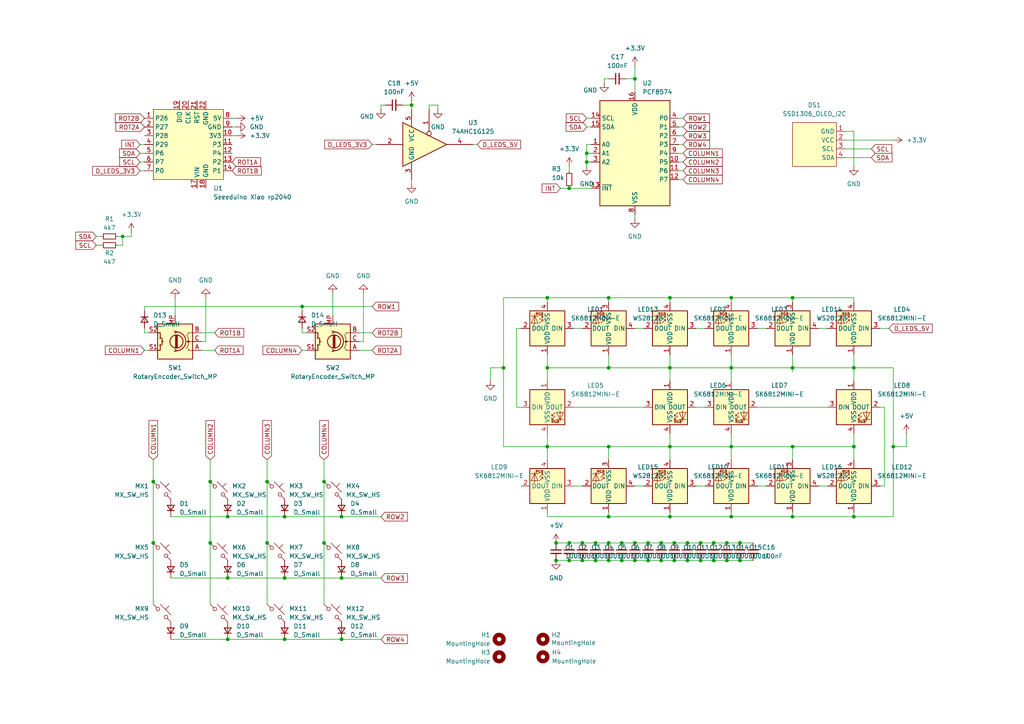
<source format=kicad_sch>
(kicad_sch (version 20231120) (generator "eeschema") (generator_version "8.0")
  (paper "A4")
  (junction (at 168.91 157.48))
  (junction (at 77.47 157.48))
  (junction (at 214.63 157.48))
  (junction (at 170.18 44.45))
  (junction (at 119.38 30.48))
  (junction (at 87.63 88.9))
  (junction (at 93.98 157.48))
  (junction (at 170.18 46.99))
  (junction (at 165.1 54.61))
  (junction (at 158.75 86.36))
  (junction (at 44.45 139.7))
  (junction (at 99.06 185.42))
  (junction (at 35.56 68.58))
  (junction (at 199.39 157.48))
  (junction (at 93.98 139.7))
  (junction (at 214.63 162.56))
  (junction (at 212.09 129.54))
  (junction (at 165.1 162.56))
  (junction (at 195.58 157.48))
  (junction (at 247.65 106.68))
  (junction (at 195.58 162.56))
  (junction (at 184.15 22.86))
  (junction (at 191.77 157.48))
  (junction (at 176.53 157.48))
  (junction (at 259.08 129.54))
  (junction (at 187.96 162.56))
  (junction (at 176.53 162.56))
  (junction (at 158.75 129.54))
  (junction (at 207.01 157.48))
  (junction (at 82.55 185.42))
  (junction (at 82.55 149.86))
  (junction (at 168.91 162.56))
  (junction (at 194.31 149.86))
  (junction (at 203.2 157.48))
  (junction (at 199.39 162.56))
  (junction (at 212.09 106.68))
  (junction (at 99.06 167.64))
  (junction (at 229.87 86.36))
  (junction (at 176.53 86.36))
  (junction (at 229.87 106.68))
  (junction (at 187.96 157.48))
  (junction (at 77.47 139.7))
  (junction (at 203.2 162.56))
  (junction (at 82.55 167.64))
  (junction (at 176.53 149.86))
  (junction (at 184.15 157.48))
  (junction (at 210.82 162.56))
  (junction (at 60.96 139.7))
  (junction (at 146.05 106.68))
  (junction (at 180.34 162.56))
  (junction (at 66.04 167.64))
  (junction (at 247.65 129.54))
  (junction (at 229.87 129.54))
  (junction (at 66.04 185.42))
  (junction (at 212.09 86.36))
  (junction (at 172.72 162.56))
  (junction (at 194.31 129.54))
  (junction (at 247.65 149.86))
  (junction (at 207.01 162.56))
  (junction (at 194.31 106.68))
  (junction (at 158.75 106.68))
  (junction (at 172.72 157.48))
  (junction (at 161.29 157.48))
  (junction (at 44.45 157.48))
  (junction (at 176.53 106.68))
  (junction (at 212.09 149.86))
  (junction (at 161.29 162.56))
  (junction (at 165.1 157.48))
  (junction (at 180.34 157.48))
  (junction (at 184.15 162.56))
  (junction (at 229.87 149.86))
  (junction (at 194.31 86.36))
  (junction (at 191.77 162.56))
  (junction (at 99.06 149.86))
  (junction (at 66.04 149.86))
  (junction (at 210.82 157.48))
  (junction (at 60.96 157.48))
  (junction (at 176.53 129.54))
  (wire (pts (xy 93.98 157.48) (xy 93.98 175.26)))
  (wire (pts (xy 245.11 43.18) (xy 252.73 43.18)))
  (wire (pts (xy 210.82 157.48) (xy 214.63 157.48)))
  (wire (pts (xy 247.65 106.68) (xy 229.87 106.68)))
  (wire (pts (xy 162.56 54.61) (xy 165.1 54.61)))
  (wire (pts (xy 247.65 129.54) (xy 247.65 133.35)))
  (wire (pts (xy 158.75 106.68) (xy 158.75 110.49)))
  (wire (pts (xy 198.12 41.91) (xy 196.85 41.91)))
  (wire (pts (xy 87.63 95.25) (xy 87.63 96.52)))
  (wire (pts (xy 172.72 162.56) (xy 176.53 162.56)))
  (wire (pts (xy 40.64 44.45) (xy 41.91 44.45)))
  (wire (pts (xy 77.47 133.35) (xy 77.47 139.7)))
  (wire (pts (xy 203.2 157.48) (xy 207.01 157.48)))
  (wire (pts (xy 247.65 102.87) (xy 247.65 106.68)))
  (wire (pts (xy 171.45 41.91) (xy 170.18 41.91)))
  (wire (pts (xy 82.55 167.64) (xy 99.06 167.64)))
  (wire (pts (xy 158.75 86.36) (xy 176.53 86.36)))
  (wire (pts (xy 247.65 149.86) (xy 247.65 148.59)))
  (wire (pts (xy 259.08 149.86) (xy 247.65 149.86)))
  (wire (pts (xy 170.18 41.91) (xy 170.18 44.45)))
  (wire (pts (xy 180.34 157.48) (xy 184.15 157.48)))
  (wire (pts (xy 146.05 129.54) (xy 158.75 129.54)))
  (wire (pts (xy 207.01 157.48) (xy 210.82 157.48)))
  (wire (pts (xy 35.56 68.58) (xy 35.56 71.12)))
  (wire (pts (xy 184.15 162.56) (xy 187.96 162.56)))
  (wire (pts (xy 210.82 162.56) (xy 214.63 162.56)))
  (wire (pts (xy 58.42 96.52) (xy 62.23 96.52)))
  (wire (pts (xy 168.91 162.56) (xy 172.72 162.56)))
  (wire (pts (xy 87.63 101.6) (xy 88.9 101.6)))
  (wire (pts (xy 194.31 106.68) (xy 194.31 110.49)))
  (wire (pts (xy 161.29 162.56) (xy 165.1 162.56)))
  (wire (pts (xy 99.06 185.42) (xy 110.49 185.42)))
  (wire (pts (xy 124.46 31.75) (xy 124.46 30.48)))
  (wire (pts (xy 194.31 106.68) (xy 194.31 102.87)))
  (wire (pts (xy 245.11 45.72) (xy 252.73 45.72)))
  (wire (pts (xy 219.71 118.11) (xy 240.03 118.11)))
  (wire (pts (xy 104.14 99.06) (xy 105.41 99.06)))
  (wire (pts (xy 82.55 185.42) (xy 99.06 185.42)))
  (wire (pts (xy 44.45 157.48) (xy 44.45 175.26)))
  (wire (pts (xy 50.8 91.44) (xy 50.8 86.36)))
  (wire (pts (xy 214.63 157.48) (xy 218.44 157.48)))
  (wire (pts (xy 247.65 125.73) (xy 247.65 129.54)))
  (wire (pts (xy 146.05 86.36) (xy 146.05 106.68)))
  (wire (pts (xy 259.08 106.68) (xy 259.08 129.54)))
  (wire (pts (xy 245.11 38.1) (xy 247.65 38.1)))
  (wire (pts (xy 247.65 86.36) (xy 247.65 87.63)))
  (wire (pts (xy 149.86 118.11) (xy 151.13 118.11)))
  (wire (pts (xy 262.89 125.73) (xy 262.89 129.54)))
  (wire (pts (xy 194.31 106.68) (xy 212.09 106.68)))
  (wire (pts (xy 158.75 125.73) (xy 158.75 129.54)))
  (wire (pts (xy 201.93 118.11) (xy 204.47 118.11)))
  (wire (pts (xy 170.18 34.29) (xy 171.45 34.29)))
  (wire (pts (xy 170.18 44.45) (xy 170.18 46.99)))
  (wire (pts (xy 41.91 88.9) (xy 87.63 88.9)))
  (wire (pts (xy 214.63 162.56) (xy 218.44 162.56)))
  (wire (pts (xy 184.15 22.86) (xy 184.15 26.67)))
  (wire (pts (xy 158.75 129.54) (xy 176.53 129.54)))
  (wire (pts (xy 99.06 149.86) (xy 110.49 149.86)))
  (wire (pts (xy 184.15 19.05) (xy 184.15 22.86)))
  (wire (pts (xy 38.1 68.58) (xy 38.1 67.31)))
  (wire (pts (xy 212.09 129.54) (xy 212.09 125.73)))
  (wire (pts (xy 229.87 106.68) (xy 229.87 107.95)))
  (wire (pts (xy 49.53 185.42) (xy 66.04 185.42)))
  (wire (pts (xy 87.63 88.9) (xy 87.63 90.17)))
  (wire (pts (xy 175.26 22.86) (xy 176.53 22.86)))
  (wire (pts (xy 41.91 96.52) (xy 43.18 96.52)))
  (wire (pts (xy 161.29 157.48) (xy 165.1 157.48)))
  (wire (pts (xy 194.31 149.86) (xy 176.53 149.86)))
  (wire (pts (xy 110.49 31.75) (xy 110.49 30.48)))
  (wire (pts (xy 187.96 157.48) (xy 191.77 157.48)))
  (wire (pts (xy 194.31 129.54) (xy 194.31 133.35)))
  (wire (pts (xy 196.85 49.53) (xy 198.12 49.53)))
  (wire (pts (xy 199.39 157.48) (xy 203.2 157.48)))
  (wire (pts (xy 191.77 162.56) (xy 195.58 162.56)))
  (wire (pts (xy 87.63 96.52) (xy 88.9 96.52)))
  (wire (pts (xy 256.54 118.11) (xy 256.54 140.97)))
  (wire (pts (xy 247.65 106.68) (xy 259.08 106.68)))
  (wire (pts (xy 170.18 48.26) (xy 170.18 46.99)))
  (wire (pts (xy 245.11 40.64) (xy 259.08 40.64)))
  (wire (pts (xy 58.42 99.06) (xy 59.69 99.06)))
  (wire (pts (xy 99.06 167.64) (xy 110.49 167.64)))
  (wire (pts (xy 44.45 133.35) (xy 44.45 139.7)))
  (wire (pts (xy 184.15 62.23) (xy 184.15 63.5)))
  (wire (pts (xy 176.53 102.87) (xy 176.53 106.68)))
  (wire (pts (xy 175.26 24.13) (xy 175.26 22.86)))
  (wire (pts (xy 158.75 102.87) (xy 158.75 106.68)))
  (wire (pts (xy 229.87 106.68) (xy 212.09 106.68)))
  (wire (pts (xy 229.87 102.87) (xy 229.87 106.68)))
  (wire (pts (xy 110.49 30.48) (xy 111.76 30.48)))
  (wire (pts (xy 165.1 48.26) (xy 165.1 49.53)))
  (wire (pts (xy 195.58 162.56) (xy 199.39 162.56)))
  (wire (pts (xy 201.93 140.97) (xy 204.47 140.97)))
  (wire (pts (xy 212.09 106.68) (xy 212.09 102.87)))
  (wire (pts (xy 151.13 95.25) (xy 149.86 95.25)))
  (wire (pts (xy 165.1 54.61) (xy 171.45 54.61)))
  (wire (pts (xy 35.56 68.58) (xy 38.1 68.58)))
  (wire (pts (xy 194.31 129.54) (xy 194.31 125.73)))
  (wire (pts (xy 49.53 167.64) (xy 66.04 167.64)))
  (wire (pts (xy 170.18 44.45) (xy 171.45 44.45)))
  (wire (pts (xy 116.84 30.48) (xy 119.38 30.48)))
  (wire (pts (xy 166.37 140.97) (xy 168.91 140.97)))
  (wire (pts (xy 172.72 157.48) (xy 176.53 157.48)))
  (wire (pts (xy 107.95 101.6) (xy 104.14 101.6)))
  (wire (pts (xy 168.91 157.48) (xy 172.72 157.48)))
  (wire (pts (xy 127 30.48) (xy 127 31.75)))
  (wire (pts (xy 77.47 157.48) (xy 77.47 175.26)))
  (wire (pts (xy 176.53 129.54) (xy 176.53 133.35)))
  (wire (pts (xy 104.14 96.52) (xy 107.95 96.52)))
  (wire (pts (xy 181.61 22.86) (xy 184.15 22.86)))
  (wire (pts (xy 158.75 149.86) (xy 176.53 149.86)))
  (wire (pts (xy 187.96 162.56) (xy 191.77 162.56)))
  (wire (pts (xy 195.58 157.48) (xy 199.39 157.48)))
  (wire (pts (xy 170.18 46.99) (xy 171.45 46.99)))
  (wire (pts (xy 60.96 133.35) (xy 60.96 139.7)))
  (wire (pts (xy 67.31 39.37) (xy 68.58 39.37)))
  (wire (pts (xy 194.31 148.59) (xy 194.31 149.86)))
  (wire (pts (xy 198.12 39.37) (xy 196.85 39.37)))
  (wire (pts (xy 87.63 88.9) (xy 107.95 88.9)))
  (wire (pts (xy 176.53 129.54) (xy 194.31 129.54)))
  (wire (pts (xy 207.01 162.56) (xy 210.82 162.56)))
  (wire (pts (xy 256.54 140.97) (xy 255.27 140.97)))
  (wire (pts (xy 158.75 148.59) (xy 158.75 149.86)))
  (wire (pts (xy 198.12 34.29) (xy 196.85 34.29)))
  (wire (pts (xy 146.05 106.68) (xy 146.05 129.54)))
  (wire (pts (xy 166.37 95.25) (xy 168.91 95.25)))
  (wire (pts (xy 165.1 157.48) (xy 168.91 157.48)))
  (wire (pts (xy 44.45 139.7) (xy 44.45 157.48)))
  (wire (pts (xy 158.75 106.68) (xy 176.53 106.68)))
  (wire (pts (xy 219.71 95.25) (xy 222.25 95.25)))
  (wire (pts (xy 105.41 85.09) (xy 105.41 99.06)))
  (wire (pts (xy 40.64 46.99) (xy 41.91 46.99)))
  (wire (pts (xy 137.16 41.91) (xy 138.43 41.91)))
  (wire (pts (xy 96.52 91.44) (xy 96.52 85.09)))
  (wire (pts (xy 199.39 162.56) (xy 203.2 162.56)))
  (wire (pts (xy 212.09 86.36) (xy 229.87 86.36)))
  (wire (pts (xy 119.38 29.21) (xy 119.38 30.48)))
  (wire (pts (xy 124.46 30.48) (xy 127 30.48)))
  (wire (pts (xy 59.69 86.36) (xy 59.69 99.06)))
  (wire (pts (xy 158.75 86.36) (xy 146.05 86.36)))
  (wire (pts (xy 62.23 101.6) (xy 58.42 101.6)))
  (wire (pts (xy 196.85 52.07) (xy 198.12 52.07)))
  (wire (pts (xy 119.38 30.48) (xy 119.38 31.75)))
  (wire (pts (xy 146.05 106.68) (xy 142.24 106.68)))
  (wire (pts (xy 191.77 157.48) (xy 195.58 157.48)))
  (wire (pts (xy 40.64 41.91) (xy 41.91 41.91)))
  (wire (pts (xy 255.27 95.25) (xy 257.81 95.25)))
  (wire (pts (xy 158.75 87.63) (xy 158.75 86.36)))
  (wire (pts (xy 184.15 140.97) (xy 186.69 140.97)))
  (wire (pts (xy 93.98 133.35) (xy 93.98 139.7)))
  (wire (pts (xy 259.08 129.54) (xy 262.89 129.54)))
  (wire (pts (xy 180.34 162.56) (xy 184.15 162.56)))
  (wire (pts (xy 34.29 68.58) (xy 35.56 68.58)))
  (wire (pts (xy 198.12 44.45) (xy 196.85 44.45)))
  (wire (pts (xy 176.53 86.36) (xy 176.53 87.63)))
  (wire (pts (xy 212.09 86.36) (xy 212.09 87.63)))
  (wire (pts (xy 82.55 149.86) (xy 99.06 149.86)))
  (wire (pts (xy 229.87 86.36) (xy 247.65 86.36)))
  (wire (pts (xy 93.98 139.7) (xy 93.98 157.48)))
  (wire (pts (xy 107.95 41.91) (xy 109.22 41.91)))
  (wire (pts (xy 229.87 149.86) (xy 229.87 148.59)))
  (wire (pts (xy 229.87 129.54) (xy 229.87 133.35)))
  (wire (pts (xy 34.29 71.12) (xy 35.56 71.12)))
  (wire (pts (xy 194.31 86.36) (xy 194.31 87.63)))
  (wire (pts (xy 27.94 68.58) (xy 29.21 68.58)))
  (wire (pts (xy 176.53 162.56) (xy 180.34 162.56)))
  (wire (pts (xy 176.53 149.86) (xy 176.53 148.59)))
  (wire (pts (xy 165.1 162.56) (xy 168.91 162.56)))
  (wire (pts (xy 237.49 140.97) (xy 240.03 140.97)))
  (wire (pts (xy 247.65 129.54) (xy 229.87 129.54)))
  (wire (pts (xy 194.31 149.86) (xy 212.09 149.86)))
  (wire (pts (xy 201.93 95.25) (xy 204.47 95.25)))
  (wire (pts (xy 77.47 139.7) (xy 77.47 157.48)))
  (wire (pts (xy 60.96 139.7) (xy 60.96 157.48)))
  (wire (pts (xy 229.87 149.86) (xy 247.65 149.86)))
  (wire (pts (xy 237.49 95.25) (xy 240.03 95.25)))
  (wire (pts (xy 66.04 167.64) (xy 82.55 167.64)))
  (wire (pts (xy 176.53 106.68) (xy 194.31 106.68)))
  (wire (pts (xy 49.53 149.86) (xy 66.04 149.86)))
  (wire (pts (xy 149.86 95.25) (xy 149.86 118.11)))
  (wire (pts (xy 194.31 129.54) (xy 212.09 129.54)))
  (wire (pts (xy 66.04 185.42) (xy 82.55 185.42)))
  (wire (pts (xy 41.91 90.17) (xy 41.91 88.9)))
  (wire (pts (xy 255.27 118.11) (xy 256.54 118.11)))
  (wire (pts (xy 203.2 162.56) (xy 207.01 162.56)))
  (wire (pts (xy 198.12 36.83) (xy 196.85 36.83)))
  (wire (pts (xy 176.53 86.36) (xy 194.31 86.36)))
  (wire (pts (xy 66.04 149.86) (xy 82.55 149.86)))
  (wire (pts (xy 40.64 49.53) (xy 41.91 49.53)))
  (wire (pts (xy 212.09 129.54) (xy 229.87 129.54)))
  (wire (pts (xy 60.96 157.48) (xy 60.96 175.26)))
  (wire (pts (xy 229.87 86.36) (xy 229.87 87.63)))
  (wire (pts (xy 41.91 101.6) (xy 43.18 101.6)))
  (wire (pts (xy 184.15 157.48) (xy 187.96 157.48)))
  (wire (pts (xy 170.18 36.83) (xy 171.45 36.83)))
  (wire (pts (xy 212.09 148.59) (xy 212.09 149.86)))
  (wire (pts (xy 41.91 96.52) (xy 41.91 95.25)))
  (wire (pts (xy 212.09 149.86) (xy 229.87 149.86)))
  (wire (pts (xy 194.31 86.36) (xy 212.09 86.36)))
  (wire (pts (xy 212.09 129.54) (xy 212.09 133.35)))
  (wire (pts (xy 176.53 157.48) (xy 180.34 157.48)))
  (wire (pts (xy 198.12 46.99) (xy 196.85 46.99)))
  (wire (pts (xy 67.31 36.83) (xy 68.58 36.83)))
  (wire (pts (xy 212.09 106.68) (xy 212.09 110.49)))
  (wire (pts (xy 67.31 34.29) (xy 68.58 34.29)))
  (wire (pts (xy 247.65 106.68) (xy 247.65 110.49)))
  (wire (pts (xy 184.15 95.25) (xy 186.69 95.25)))
  (wire (pts (xy 166.37 118.11) (xy 186.69 118.11)))
  (wire (pts (xy 158.75 129.54) (xy 158.75 133.35)))
  (wire (pts (xy 119.38 52.07) (xy 119.38 53.34)))
  (wire (pts (xy 259.08 129.54) (xy 259.08 149.86)))
  (wire (pts (xy 142.24 106.68) (xy 142.24 110.49)))
  (wire (pts (xy 27.94 71.12) (xy 29.21 71.12)))
  (wire (pts (xy 219.71 140.97) (xy 222.25 140.97)))
  (wire (pts (xy 247.65 38.1) (xy 247.65 48.26)))
  (global_label "COLUMN1" (shape input) (at 41.91 101.6 180) (property "Intersheetrefs" "${INTERSHEET_REFS}" (effects (hide yes))))
  (global_label "COLUMN4" (shape input) (at 198.12 52.07 0) (property "Intersheetrefs" "${INTERSHEET_REFS}" (effects (hide yes))))
  (global_label "ROT2B" (shape input) (at 107.95 96.52 0) (property "Intersheetrefs" "${INTERSHEET_REFS}" (effects (hide yes))))
  (global_label "INT" (shape input) (at 40.64 41.91 180) (property "Intersheetrefs" "${INTERSHEET_REFS}" (effects (hide yes))))
  (global_label "SCL" (shape input) (at 170.18 34.29 180) (property "Intersheetrefs" "${INTERSHEET_REFS}" (effects (hide yes))))
  (global_label "COLUMN1" (shape input) (at 44.45 133.35 90) (property "Intersheetrefs" "${INTERSHEET_REFS}" (effects (hide yes))))
  (global_label "SDA" (shape input) (at 170.18 36.83 180) (property "Intersheetrefs" "${INTERSHEET_REFS}" (effects (hide yes))))
  (global_label "ROT1B" (shape input) (at 67.31 49.53 0) (property "Intersheetrefs" "${INTERSHEET_REFS}" (effects (hide yes))))
  (global_label "ROW4" (shape input) (at 198.12 41.91 0) (property "Intersheetrefs" "${INTERSHEET_REFS}" (effects (hide yes))))
  (global_label "ROW4" (shape input) (at 110.49 185.42 0) (property "Intersheetrefs" "${INTERSHEET_REFS}" (effects (hide yes))))
  (global_label "ROT2A" (shape input) (at 107.95 101.6 0) (property "Intersheetrefs" "${INTERSHEET_REFS}" (effects (hide yes))))
  (global_label "ROW1" (shape input) (at 198.12 34.29 0) (property "Intersheetrefs" "${INTERSHEET_REFS}" (effects (hide yes))))
  (global_label "COLUMN1" (shape input) (at 198.12 44.45 0) (property "Intersheetrefs" "${INTERSHEET_REFS}" (effects (hide yes))))
  (global_label "ROT2A" (shape input) (at 41.91 36.83 180) (property "Intersheetrefs" "${INTERSHEET_REFS}" (effects (hide yes))))
  (global_label "COLUMN4" (shape input) (at 93.98 133.35 90) (property "Intersheetrefs" "${INTERSHEET_REFS}" (effects (hide yes))))
  (global_label "SCL" (shape input) (at 40.64 46.99 180) (property "Intersheetrefs" "${INTERSHEET_REFS}" (effects (hide yes))))
  (global_label "SCL" (shape input) (at 27.94 71.12 180) (property "Intersheetrefs" "${INTERSHEET_REFS}" (effects (hide yes))))
  (global_label "ROT2B" (shape input) (at 41.91 34.29 180) (property "Intersheetrefs" "${INTERSHEET_REFS}" (effects (hide yes))))
  (global_label "ROW2" (shape input) (at 110.49 149.86 0) (property "Intersheetrefs" "${INTERSHEET_REFS}" (effects (hide yes))))
  (global_label "ROW3" (shape input) (at 198.12 39.37 0) (property "Intersheetrefs" "${INTERSHEET_REFS}" (effects (hide yes))))
  (global_label "D_LEDS_5V" (shape input) (at 138.43 41.91 0) (property "Intersheetrefs" "${INTERSHEET_REFS}" (effects (hide yes))))
  (global_label "COLUMN2" (shape input) (at 60.96 133.35 90) (property "Intersheetrefs" "${INTERSHEET_REFS}" (effects (hide yes))))
  (global_label "COLUMN3" (shape input) (at 198.12 49.53 0) (property "Intersheetrefs" "${INTERSHEET_REFS}" (effects (hide yes))))
  (global_label "COLUMN2" (shape input) (at 198.12 46.99 0) (property "Intersheetrefs" "${INTERSHEET_REFS}" (effects (hide yes))))
  (global_label "ROT1A" (shape input) (at 62.23 101.6 0) (property "Intersheetrefs" "${INTERSHEET_REFS}" (effects (hide yes))))
  (global_label "ROW3" (shape input) (at 110.49 167.64 0) (property "Intersheetrefs" "${INTERSHEET_REFS}" (effects (hide yes))))
  (global_label "D_LEDS_3V3" (shape input) (at 40.64 49.53 180) (property "Intersheetrefs" "${INTERSHEET_REFS}" (effects (hide yes))))
  (global_label "SDA" (shape input) (at 40.64 44.45 180) (property "Intersheetrefs" "${INTERSHEET_REFS}" (effects (hide yes))))
  (global_label "ROW2" (shape input) (at 198.12 36.83 0) (property "Intersheetrefs" "${INTERSHEET_REFS}" (effects (hide yes))))
  (global_label "ROT1B" (shape input) (at 62.23 96.52 0) (property "Intersheetrefs" "${INTERSHEET_REFS}" (effects (hide yes))))
  (global_label "INT" (shape input) (at 162.56 54.61 180) (property "Intersheetrefs" "${INTERSHEET_REFS}" (effects (hide yes))))
  (global_label "SCL" (shape input) (at 252.73 43.18 0) (property "Intersheetrefs" "${INTERSHEET_REFS}" (effects (hide yes))))
  (global_label "ROW1" (shape input) (at 107.95 88.9 0) (property "Intersheetrefs" "${INTERSHEET_REFS}" (effects (hide yes))))
  (global_label "SDA" (shape input) (at 27.94 68.58 180) (property "Intersheetrefs" "${INTERSHEET_REFS}" (effects (hide yes))))
  (global_label "ROT1A" (shape input) (at 67.31 46.99 0) (property "Intersheetrefs" "${INTERSHEET_REFS}" (effects (hide yes))))
  (global_label "COLUMN4" (shape input) (at 87.63 101.6 180) (property "Intersheetrefs" "${INTERSHEET_REFS}" (effects (hide yes))))
  (global_label "COLUMN3" (shape input) (at 77.47 133.35 90) (property "Intersheetrefs" "${INTERSHEET_REFS}" (effects (hide yes))))
  (global_label "D_LEDS_3V3" (shape input) (at 107.95 41.91 180) (property "Intersheetrefs" "${INTERSHEET_REFS}" (effects (hide yes))))
  (global_label "D_LEDS_5V" (shape input) (at 257.81 95.25 0) (property "Intersheetrefs" "${INTERSHEET_REFS}" (effects (hide yes))))
  (global_label "SDA" (shape input) (at 252.73 45.72 0) (property "Intersheetrefs" "${INTERSHEET_REFS}" (effects (hide yes))))
  (symbol (lib_id "Device:C_Small") (at 191.77 160.02 0) (unit 1)
    (property "Reference" "C9" (at 194.31 158.7562 0) (effects (justify left)))
    (property "Value" "100nF" (at 194.31 161.2962 0) (effects (justify left)))
    (property "Footprint" "Capacitor_SMD:C_0603_1608Metric_Pad1.08x0.95mm_HandSolder" (effects (hide yes)))
    (property "Description" "Unpolarized capacitor, small symbol" (effects (hide yes)))
  )
  (symbol (lib_id "Device:R_Small") (at 165.1 52.07 0) (unit 1)
    (property "Reference" "R3" (at 160.02 49.022 0) (effects (justify left)))
    (property "Value" "10k" (at 160.02 51.562 0) (effects (justify left)))
    (property "Footprint" "Resistor_SMD:R_0603_1608Metric_Pad0.98x0.95mm_HandSolder" (effects (hide yes)))
    (property "Description" "Resistor, small symbol" (effects (hide yes)))
  )
  (symbol (lib_id "PCM_marbastlib-mx:MX_SK6812MINI-E") (at 247.65 95.25 180) (unit 1)
    (property "Reference" "LED4" (at 261.62 89.7538 0))
    (property "Value" "SK6812MINI-E" (at 261.62 92.2938 0))
    (property "Footprint" "PCM_marbastlib-mx:LED_MX_6028R-ROT" (effects (hide yes)))
    (property "Description" "Reverse mount adressable LED (WS2812 protocol)" (effects (hide yes)))
  )
  (symbol (lib_id "power:+3.3V") (at 259.08 40.64 270) (unit 1)
    (property "Reference" "#PWR014" (effects (hide yes)))
    (property "Value" "+3.3V" (at 262.89 40.6399 90) (effects (justify left)))
    (property "Description" "Power symbol creates a global label with name \"+3.3V\"" (effects (hide yes)))
  )
  (symbol (lib_id "power:GND") (at 105.41 85.09 180) (unit 1)
    (property "Reference" "#PWR017" (effects (hide yes)))
    (property "Value" "GND" (at 105.41 80.01 0))
    (property "Description" "Power symbol creates a global label with name \"GND\" , ground" (effects (hide yes)))
  )
  (symbol (lib_id "power:GND") (at 184.15 63.5 0) (unit 1)
    (property "Reference" "#PWR07" (effects (hide yes)))
    (property "Value" "GND" (at 184.15 68.58 0))
    (property "Description" "Power symbol creates a global label with name \"GND\" , ground" (effects (hide yes)))
  )
  (symbol (lib_id "PCM_marbastlib-mx:MX_SW_HS_CPG151101S11") (at 46.99 177.8 270) (mirror x) (unit 1)
    (property "Reference" "MX9" (at 43.18 176.5299 90) (effects (justify right)))
    (property "Value" "MX_SW_HS" (at 43.18 179.0699 90) (effects (justify right)))
    (property "Footprint" "PCM_marbastlib-mx:SW_MX_HS_CPG151101S11_1u" (effects (hide yes)))
    (property "Description" "Push button switch, normally open, two pins, 45° tilted, Kailh CPG151101S11 for Cherry MX style switches" (effects (hide yes)))
  )
  (symbol (lib_id "Device:C_Small") (at 210.82 160.02 0) (unit 1)
    (property "Reference" "C14" (at 213.36 158.7562 0) (effects (justify left)))
    (property "Value" "100nF" (at 213.36 161.2962 0) (effects (justify left)))
    (property "Footprint" "Capacitor_SMD:C_0603_1608Metric_Pad1.08x0.95mm_HandSolder" (effects (hide yes)))
    (property "Description" "Unpolarized capacitor, small symbol" (effects (hide yes)))
  )
  (symbol (lib_id "Device:C_Small") (at 168.91 160.02 0) (unit 1)
    (property "Reference" "C3" (at 171.45 158.7562 0) (effects (justify left)))
    (property "Value" "100nF" (at 171.45 161.2962 0) (effects (justify left)))
    (property "Footprint" "Capacitor_SMD:C_0603_1608Metric_Pad1.08x0.95mm_HandSolder" (effects (hide yes)))
    (property "Description" "Unpolarized capacitor, small symbol" (effects (hide yes)))
  )
  (symbol (lib_id "PCM_marbastlib-mx:MX_SK6812MINI-E") (at 158.75 95.25 180) (unit 1)
    (property "Reference" "LED1" (at 172.72 89.7538 0))
    (property "Value" "SK6812MINI-E" (at 172.72 92.2938 0))
    (property "Footprint" "PCM_marbastlib-mx:LED_MX_6028R-ROT" (effects (hide yes)))
    (property "Description" "Reverse mount adressable LED (WS2812 protocol)" (effects (hide yes)))
  )
  (symbol (lib_id "Device:C_Small") (at 218.44 160.02 0) (unit 1)
    (property "Reference" "C16" (at 220.98 158.7562 0) (effects (justify left)))
    (property "Value" "100nF" (at 220.98 161.2962 0) (effects (justify left)))
    (property "Footprint" "Capacitor_SMD:C_0603_1608Metric_Pad1.08x0.95mm_HandSolder" (effects (hide yes)))
    (property "Description" "Unpolarized capacitor, small symbol" (effects (hide yes)))
  )
  (symbol (lib_id "power:GND") (at 142.24 110.49 0) (unit 1)
    (property "Reference" "#PWR05" (effects (hide yes)))
    (property "Value" "GND" (at 142.24 115.57 0))
    (property "Description" "Power symbol creates a global label with name \"GND\" , ground" (effects (hide yes)))
  )
  (symbol (lib_id "Device:D_Small") (at 66.04 147.32 90) (unit 1)
    (property "Reference" "D2" (at 68.58 146.0499 90) (effects (justify right)))
    (property "Value" "D_Small" (at 68.58 148.5899 90) (effects (justify right)))
    (property "Footprint" "Diode_SMD:D_0603_1608Metric_Pad1.05x0.95mm_HandSolder" (effects (hide yes)))
    (property "Description" "Diode, small symbol" (effects (hide yes)))
    (property "Sim.Device" "D" (effects (hide yes)))
    (property "Sim.Pins" "1=K 2=A" (effects (hide yes)))
  )
  (symbol (lib_id "Device:C_Small") (at 184.15 160.02 0) (unit 1)
    (property "Reference" "C7" (at 186.69 158.7562 0) (effects (justify left)))
    (property "Value" "100nF" (at 186.69 161.2962 0) (effects (justify left)))
    (property "Footprint" "Capacitor_SMD:C_0603_1608Metric_Pad1.08x0.95mm_HandSolder" (effects (hide yes)))
    (property "Description" "Unpolarized capacitor, small symbol" (effects (hide yes)))
  )
  (symbol (lib_id "Device:C_Small") (at 165.1 160.02 0) (unit 1)
    (property "Reference" "C2" (at 167.64 158.7562 0) (effects (justify left)))
    (property "Value" "100nF" (at 167.64 161.2962 0) (effects (justify left)))
    (property "Footprint" "Capacitor_SMD:C_0603_1608Metric_Pad1.08x0.95mm_HandSolder" (effects (hide yes)))
    (property "Description" "Unpolarized capacitor, small symbol" (effects (hide yes)))
  )
  (symbol (lib_id "PCM_marbastlib-mx:MX_SW_HS_CPG151101S11") (at 80.01 177.8 270) (mirror x) (unit 1)
    (property "Reference" "MX11" (at 83.82 176.5299 90) (effects (justify left)))
    (property "Value" "MX_SW_HS" (at 83.82 179.0699 90) (effects (justify left)))
    (property "Footprint" "PCM_marbastlib-mx:SW_MX_HS_CPG151101S11_1u" (effects (hide yes)))
    (property "Description" "Push button switch, normally open, two pins, 45° tilted, Kailh CPG151101S11 for Cherry MX style switches" (effects (hide yes)))
  )
  (symbol (lib_id "Device:C_Small") (at 187.96 160.02 0) (unit 1)
    (property "Reference" "C8" (at 190.5 158.7562 0) (effects (justify left)))
    (property "Value" "100nF" (at 190.5 161.2962 0) (effects (justify left)))
    (property "Footprint" "Capacitor_SMD:C_0603_1608Metric_Pad1.08x0.95mm_HandSolder" (effects (hide yes)))
    (property "Description" "Unpolarized capacitor, small symbol" (effects (hide yes)))
  )
  (symbol (lib_id "PCM_marbastlib-mx:MX_SK6812MINI-E") (at 212.09 118.11 0) (unit 1)
    (property "Reference" "LED7" (at 226.06 111.7914 0))
    (property "Value" "SK6812MINI-E" (at 226.06 114.3314 0))
    (property "Footprint" "PCM_marbastlib-mx:LED_MX_6028R" (effects (hide yes)))
    (property "Description" "Reverse mount adressable LED (WS2812 protocol)" (effects (hide yes)))
  )
  (symbol (lib_id "Device:D_Small") (at 82.55 147.32 90) (unit 1)
    (property "Reference" "D3" (at 85.09 146.0499 90) (effects (justify right)))
    (property "Value" "D_Small" (at 85.09 148.5899 90) (effects (justify right)))
    (property "Footprint" "Diode_SMD:D_0603_1608Metric_Pad1.05x0.95mm_HandSolder" (effects (hide yes)))
    (property "Description" "Diode, small symbol" (effects (hide yes)))
    (property "Sim.Device" "D" (effects (hide yes)))
    (property "Sim.Pins" "1=K 2=A" (effects (hide yes)))
  )
  (symbol (lib_id "power:+3.3V") (at 165.1 48.26 0) (unit 1)
    (property "Reference" "#PWR020" (effects (hide yes)))
    (property "Value" "+3.3V" (at 165.1 43.18 0))
    (property "Description" "Power symbol creates a global label with name \"+3.3V\"" (effects (hide yes)))
  )
  (symbol (lib_id "LED:WS2812B") (at 229.87 140.97 180) (unit 1)
    (property "Reference" "LED16" (at 241.3 135.4738 0))
    (property "Value" "WS2812B" (at 241.3 138.0138 0))
    (property "Footprint" "LED_SMD:LED_WS2812B_PLCC4_5.0x5.0mm_P3.2mm" (effects (hide yes)))
    (property "Datasheet" "https://cdn-shop.adafruit.com/datasheets/WS2812B.pdf" (effects (hide yes)))
    (property "Description" "RGB LED with integrated controller" (effects (hide yes)))
  )
  (symbol (lib_id "Device:D_Small") (at 99.06 165.1 90) (unit 1)
    (property "Reference" "D8" (at 101.6 163.8299 90) (effects (justify right)))
    (property "Value" "D_Small" (at 101.6 166.3699 90) (effects (justify right)))
    (property "Footprint" "Diode_SMD:D_0603_1608Metric_Pad1.05x0.95mm_HandSolder" (effects (hide yes)))
    (property "Description" "Diode, small symbol" (effects (hide yes)))
    (property "Sim.Device" "D" (effects (hide yes)))
    (property "Sim.Pins" "1=K 2=A" (effects (hide yes)))
  )
  (symbol (lib_id "power:GND") (at 247.65 48.26 0) (unit 1)
    (property "Reference" "#PWR013" (effects (hide yes)))
    (property "Value" "GND" (at 247.65 53.34 0))
    (property "Description" "Power symbol creates a global label with name \"GND\" , ground" (effects (hide yes)))
  )
  (symbol (lib_id "power:GND") (at 175.26 24.13 0) (unit 1)
    (property "Reference" "#PWR022" (effects (hide yes)))
    (property "Value" "GND" (at 171.196 26.162 0))
    (property "Description" "Power symbol creates a global label with name \"GND\" , ground" (effects (hide yes)))
  )
  (symbol (lib_id "Device:C_Small") (at 180.34 160.02 0) (unit 1)
    (property "Reference" "C6" (at 182.88 158.7562 0) (effects (justify left)))
    (property "Value" "100nF" (at 182.88 161.2962 0) (effects (justify left)))
    (property "Footprint" "Capacitor_SMD:C_0603_1608Metric_Pad1.08x0.95mm_HandSolder" (effects (hide yes)))
    (property "Description" "Unpolarized capacitor, small symbol" (effects (hide yes)))
  )
  (symbol (lib_id "power:GND") (at 119.38 53.34 0) (unit 1)
    (property "Reference" "#PWR011" (effects (hide yes)))
    (property "Value" "GND" (at 119.38 58.42 0))
    (property "Description" "Power symbol creates a global label with name \"GND\" , ground" (effects (hide yes)))
  )
  (symbol (lib_id "PCM_marbastlib-mx:MX_SW_HS_CPG151101S11") (at 96.52 177.8 270) (mirror x) (unit 1)
    (property "Reference" "MX12" (at 100.33 176.5299 90) (effects (justify left)))
    (property "Value" "MX_SW_HS" (at 100.33 179.0699 90) (effects (justify left)))
    (property "Footprint" "PCM_marbastlib-mx:SW_MX_HS_CPG151101S11_1u" (effects (hide yes)))
    (property "Description" "Push button switch, normally open, two pins, 45° tilted, Kailh CPG151101S11 for Cherry MX style switches" (effects (hide yes)))
  )
  (symbol (lib_id "Device:RotaryEncoder_Switch_MP") (at 50.8 99.06 180) (unit 1)
    (property "Reference" "SW1" (at 50.8 106.68 0))
    (property "Value" "RotaryEncoder_Switch_MP" (at 50.8 109.22 0))
    (property "Footprint" "PCM_marbastlib-various:ROT_Alps_EC11E-Switch" (effects (hide yes)))
    (property "Description" "Rotary encoder, dual channel, incremental quadrate outputs, with switch and MP Pin" (effects (hide yes)))
  )
  (symbol (lib_id "Device:C_Small") (at 195.58 160.02 0) (unit 1)
    (property "Reference" "C10" (at 198.12 158.7562 0) (effects (justify left)))
    (property "Value" "100nF" (at 198.12 161.2962 0) (effects (justify left)))
    (property "Footprint" "Capacitor_SMD:C_0603_1608Metric_Pad1.08x0.95mm_HandSolder" (effects (hide yes)))
    (property "Description" "Unpolarized capacitor, small symbol" (effects (hide yes)))
  )
  (symbol (lib_id "PCM_marbastlib-mx:MX_SK6812MINI-E") (at 194.31 95.25 180) (unit 1)
    (property "Reference" "LED2" (at 208.28 89.7538 0))
    (property "Value" "SK6812MINI-E" (at 208.28 92.2938 0))
    (property "Footprint" "PCM_marbastlib-mx:LED_MX_6028R-ROT" (effects (hide yes)))
    (property "Description" "Reverse mount adressable LED (WS2812 protocol)" (effects (hide yes)))
  )
  (symbol (lib_id "power:GND") (at 59.69 86.36 180) (unit 1)
    (property "Reference" "#PWR016" (effects (hide yes)))
    (property "Value" "GND" (at 59.69 81.28 0))
    (property "Description" "Power symbol creates a global label with name \"GND\" , ground" (effects (hide yes)))
  )
  (symbol (lib_id "PCM_marbastlib-mx:MX_SK6812MINI-E") (at 247.65 118.11 0) (unit 1)
    (property "Reference" "LED8" (at 261.62 111.7914 0))
    (property "Value" "SK6812MINI-E" (at 261.62 114.3314 0))
    (property "Footprint" "PCM_marbastlib-mx:LED_MX_6028R" (effects (hide yes)))
    (property "Description" "Reverse mount adressable LED (WS2812 protocol)" (effects (hide yes)))
  )
  (symbol (lib_id "Device:C_Small") (at 179.07 22.86 90) (unit 1)
    (property "Reference" "C17" (at 179.0763 16.51 90))
    (property "Value" "100nF" (at 179.0763 19.05 90))
    (property "Footprint" "Capacitor_SMD:C_0603_1608Metric_Pad1.08x0.95mm_HandSolder" (effects (hide yes)))
    (property "Description" "Unpolarized capacitor, small symbol" (effects (hide yes)))
  )
  (symbol (lib_id "Device:R_Small") (at 31.75 68.58 90) (unit 1)
    (property "Reference" "R1" (at 31.75 63.5 90))
    (property "Value" "4k7" (at 31.75 66.04 90))
    (property "Footprint" "Resistor_SMD:R_0603_1608Metric_Pad0.98x0.95mm_HandSolder" (effects (hide yes)))
    (property "Description" "Resistor, small symbol" (effects (hide yes)))
  )
  (symbol (lib_id "PCM_marbastlib-mx:MX_SW_HS_CPG151101S11") (at 63.5 177.8 270) (mirror x) (unit 1)
    (property "Reference" "MX10" (at 67.31 176.5299 90) (effects (justify left)))
    (property "Value" "MX_SW_HS" (at 67.31 179.0699 90) (effects (justify left)))
    (property "Footprint" "PCM_marbastlib-mx:SW_MX_HS_CPG151101S11_1u" (effects (hide yes)))
    (property "Description" "Push button switch, normally open, two pins, 45° tilted, Kailh CPG151101S11 for Cherry MX style switches" (effects (hide yes)))
  )
  (symbol (lib_id "power:GND") (at 50.8 86.36 180) (unit 1)
    (property "Reference" "#PWR012" (effects (hide yes)))
    (property "Value" "GND" (at 50.8 81.28 0))
    (property "Description" "Power symbol creates a global label with name \"GND\" , ground" (effects (hide yes)))
  )
  (symbol (lib_id "Device:C_Small") (at 199.39 160.02 0) (unit 1)
    (property "Reference" "C11" (at 201.93 158.7562 0) (effects (justify left)))
    (property "Value" "100nF" (at 201.93 161.2962 0) (effects (justify left)))
    (property "Footprint" "Capacitor_SMD:C_0603_1608Metric_Pad1.08x0.95mm_HandSolder" (effects (hide yes)))
    (property "Description" "Unpolarized capacitor, small symbol" (effects (hide yes)))
  )
  (symbol (lib_id "Device:C_Small") (at 207.01 160.02 0) (unit 1)
    (property "Reference" "C13" (at 209.55 158.7562 0) (effects (justify left)))
    (property "Value" "100nF" (at 209.55 161.2962 0) (effects (justify left)))
    (property "Footprint" "Capacitor_SMD:C_0603_1608Metric_Pad1.08x0.95mm_HandSolder" (effects (hide yes)))
    (property "Description" "Unpolarized capacitor, small symbol" (effects (hide yes)))
  )
  (symbol (lib_id "Device:D_Small") (at 82.55 165.1 90) (unit 1)
    (property "Reference" "D7" (at 85.09 163.8299 90) (effects (justify right)))
    (property "Value" "D_Small" (at 85.09 166.3699 90) (effects (justify right)))
    (property "Footprint" "Diode_SMD:D_0603_1608Metric_Pad1.05x0.95mm_HandSolder" (effects (hide yes)))
    (property "Description" "Diode, small symbol" (effects (hide yes)))
    (property "Sim.Device" "D" (effects (hide yes)))
    (property "Sim.Pins" "1=K 2=A" (effects (hide yes)))
  )
  (symbol (lib_id "Device:D_Small") (at 99.06 182.88 90) (unit 1)
    (property "Reference" "D12" (at 101.6 181.6099 90) (effects (justify right)))
    (property "Value" "D_Small" (at 101.6 184.1499 90) (effects (justify right)))
    (property "Footprint" "Diode_SMD:D_0603_1608Metric_Pad1.05x0.95mm_HandSolder" (effects (hide yes)))
    (property "Description" "Diode, small symbol" (effects (hide yes)))
    (property "Sim.Device" "D" (effects (hide yes)))
    (property "Sim.Pins" "1=K 2=A" (effects (hide yes)))
  )
  (symbol (lib_id "PCM_marbastlib-mx:MX_SW_HS_CPG151101S11") (at 63.5 160.02 270) (mirror x) (unit 1)
    (property "Reference" "MX6" (at 67.31 158.7499 90) (effects (justify left)))
    (property "Value" "MX_SW_HS" (at 67.31 161.2899 90) (effects (justify left)))
    (property "Footprint" "PCM_marbastlib-mx:SW_MX_HS_CPG151101S11_1u" (effects (hide yes)))
    (property "Description" "Push button switch, normally open, two pins, 45° tilted, Kailh CPG151101S11 for Cherry MX style switches" (effects (hide yes)))
  )
  (symbol (lib_id "power:+5V") (at 119.38 29.21 0) (unit 1)
    (property "Reference" "#PWR010" (effects (hide yes)))
    (property "Value" "+5V" (at 119.38 24.13 0))
    (property "Description" "Power symbol creates a global label with name \"+5V\"" (effects (hide yes)))
  )
  (symbol (lib_id "Device:D_Small") (at 41.91 92.71 270) (unit 1)
    (property "Reference" "D13" (at 44.45 91.4399 90) (effects (justify left)))
    (property "Value" "D_Small" (at 44.45 93.9799 90) (effects (justify left)))
    (property "Footprint" "Diode_SMD:D_0603_1608Metric_Pad1.05x0.95mm_HandSolder" (effects (hide yes)))
    (property "Description" "Diode, small symbol" (effects (hide yes)))
    (property "Sim.Device" "D" (effects (hide yes)))
    (property "Sim.Pins" "1=K 2=A" (effects (hide yes)))
  )
  (symbol (lib_id "Interface_Expansion:PCF8574") (at 184.15 44.45 0) (unit 1)
    (property "Reference" "U2" (at 186.3441 24.13 0) (effects (justify left)))
    (property "Value" "PCF8574" (at 186.3441 26.67 0) (effects (justify left)))
    (property "Footprint" "Package_SO:SOIC-16W_7.5x10.3mm_P1.27mm" (effects (hide yes)))
    (property "Datasheet" "http://www.nxp.com/docs/en/data-sheet/PCF8574_PCF8574A.pdf" (effects (hide yes)))
    (property "Description" "8 Bit Port/Expander to I2C Bus, DIP/SOIC-16" (effects (hide yes)))
  )
  (symbol (lib_id "SSD1306_OLED_I2C:SSD1306_OLED_I2C") (at 236.22 41.91 0) (unit 1)
    (property "Reference" "DS1" (at 236.22 30.48 0))
    (property "Value" "SSD1306_OLED_I2C" (at 236.22 33.02 0))
    (property "Footprint" "SSD1306-0.91-OLED-4pin-128x32:SSD1306-0.91-OLED-4pin-128x32" (effects (hide yes)))
  )
  (symbol (lib_id "PCM_marbastlib-mx:MX_SW_HS_CPG151101S11") (at 80.01 142.24 270) (mirror x) (unit 1)
    (property "Reference" "MX3" (at 83.82 140.9699 90) (effects (justify left)))
    (property "Value" "MX_SW_HS" (at 83.82 143.5099 90) (effects (justify left)))
    (property "Footprint" "PCM_marbastlib-mx:SW_MX_HS_CPG151101S11_1u" (effects (hide yes)))
    (property "Description" "Push button switch, normally open, two pins, 45° tilted, Kailh CPG151101S11 for Cherry MX style switches" (effects (hide yes)))
  )
  (symbol (lib_id "Device:C_Small") (at 214.63 160.02 0) (unit 1)
    (property "Reference" "C15" (at 217.17 158.7562 0) (effects (justify left)))
    (property "Value" "100nF" (at 217.17 161.2962 0) (effects (justify left)))
    (property "Footprint" "Capacitor_SMD:C_0603_1608Metric_Pad1.08x0.95mm_HandSolder" (effects (hide yes)))
    (property "Description" "Unpolarized capacitor, small symbol" (effects (hide yes)))
  )
  (symbol (lib_id "PCM_marbastlib-mx:MX_SW_HS_CPG151101S11") (at 46.99 142.24 270) (mirror x) (unit 1)
    (property "Reference" "MX1" (at 43.18 140.9699 90) (effects (justify right)))
    (property "Value" "MX_SW_HS" (at 43.18 143.5099 90) (effects (justify right)))
    (property "Footprint" "PCM_marbastlib-mx:SW_MX_HS_CPG151101S11_1u" (effects (hide yes)))
    (property "Description" "Push button switch, normally open, two pins, 45° tilted, Kailh CPG151101S11 for Cherry MX style switches" (effects (hide yes)))
  )
  (symbol (lib_id "power:GND") (at 127 31.75 0) (unit 1)
    (property "Reference" "#PWR015" (effects (hide yes)))
    (property "Value" "GND" (at 127 36.83 0))
    (property "Description" "Power symbol creates a global label with name \"GND\" , ground" (effects (hide yes)))
  )
  (symbol (lib_id "PCM_marbastlib-mx:MX_SK6812MINI-E") (at 194.31 118.11 0) (unit 1)
    (property "Reference" "LED6" (at 208.28 111.7914 0))
    (property "Value" "SK6812MINI-E" (at 208.28 114.3314 0))
    (property "Footprint" "PCM_marbastlib-mx:LED_MX_6028R" (effects (hide yes)))
    (property "Description" "Reverse mount adressable LED (WS2812 protocol)" (effects (hide yes)))
  )
  (symbol (lib_id "PCM_marbastlib-mx:MX_SW_HS_CPG151101S11") (at 96.52 142.24 270) (mirror x) (unit 1)
    (property "Reference" "MX4" (at 100.33 140.9699 90) (effects (justify left)))
    (property "Value" "MX_SW_HS" (at 100.33 143.5099 90) (effects (justify left)))
    (property "Footprint" "PCM_marbastlib-mx:SW_MX_HS_CPG151101S11_1u" (effects (hide yes)))
    (property "Description" "Push button switch, normally open, two pins, 45° tilted, Kailh CPG151101S11 for Cherry MX style switches" (effects (hide yes)))
  )
  (symbol (lib_id "power:GND") (at 110.49 31.75 0) (unit 1)
    (property "Reference" "#PWR023" (effects (hide yes)))
    (property "Value" "GND" (at 106.426 33.782 0))
    (property "Description" "Power symbol creates a global label with name \"GND\" , ground" (effects (hide yes)))
  )
  (symbol (lib_id "Device:C_Small") (at 161.29 160.02 0) (unit 1)
    (property "Reference" "C1" (at 163.83 158.7562 0) (effects (justify left)))
    (property "Value" "100nF" (at 163.83 161.2962 0) (effects (justify left)))
    (property "Footprint" "Capacitor_SMD:C_0603_1608Metric_Pad1.08x0.95mm_HandSolder" (effects (hide yes)))
    (property "Description" "Unpolarized capacitor, small symbol" (effects (hide yes)))
  )
  (symbol (lib_id "PCM_marbastlib-mx:MX_SK6812MINI-E") (at 212.09 140.97 180) (unit 1)
    (property "Reference" "LED11" (at 226.06 135.4738 0))
    (property "Value" "SK6812MINI-E" (at 226.06 138.0138 0))
    (property "Footprint" "PCM_marbastlib-mx:LED_MX_6028R-ROT" (effects (hide yes)))
    (property "Description" "Reverse mount adressable LED (WS2812 protocol)" (effects (hide yes)))
  )
  (symbol (lib_id "power:GND") (at 96.52 85.09 180) (unit 1)
    (property "Reference" "#PWR09" (effects (hide yes)))
    (property "Value" "GND" (at 96.52 80.01 0))
    (property "Description" "Power symbol creates a global label with name \"GND\" , ground" (effects (hide yes)))
  )
  (symbol (lib_id "power:+3.3V") (at 68.58 39.37 270) (unit 1)
    (property "Reference" "#PWR02" (effects (hide yes)))
    (property "Value" "+3.3V" (at 72.39 39.3699 90) (effects (justify left)))
    (property "Description" "Power symbol creates a global label with name \"+3.3V\"" (effects (hide yes)))
  )
  (symbol (lib_id "Device:C_Small") (at 176.53 160.02 0) (unit 1)
    (property "Reference" "C5" (at 179.07 158.7562 0) (effects (justify left)))
    (property "Value" "100nF" (at 179.07 161.2962 0) (effects (justify left)))
    (property "Footprint" "Capacitor_SMD:C_0603_1608Metric_Pad1.08x0.95mm_HandSolder" (effects (hide yes)))
    (property "Description" "Unpolarized capacitor, small symbol" (effects (hide yes)))
  )
  (symbol (lib_id "power:GND") (at 68.58 36.83 90) (unit 1)
    (property "Reference" "#PWR01" (effects (hide yes)))
    (property "Value" "GND" (at 72.39 36.8299 90) (effects (justify right)))
    (property "Description" "Power symbol creates a global label with name \"GND\" , ground" (effects (hide yes)))
  )
  (symbol (lib_id "Mechanical:MountingHole") (at 144.78 185.42 0) (unit 1) (exclude_from_sim yes) (in_bom no)
    (property "Reference" "H1" (at 142.24 184.1499 0) (effects (justify right)))
    (property "Value" "MountingHole" (at 142.24 186.6899 0) (effects (justify right)))
    (property "Footprint" "MountingHole:MountingHole_2.2mm_M2" (effects (hide yes)))
    (property "Description" "Mounting Hole without connection" (effects (hide yes)))
  )
  (symbol (lib_id "Device:R_Small") (at 31.75 71.12 270) (unit 1)
    (property "Reference" "R2" (at 31.75 73.406 90))
    (property "Value" "4k7" (at 31.75 75.946 90))
    (property "Footprint" "Resistor_SMD:R_0603_1608Metric_Pad0.98x0.95mm_HandSolder" (effects (hide yes)))
    (property "Description" "Resistor, small symbol" (effects (hide yes)))
  )
  (symbol (lib_id "power:+5V") (at 68.58 34.29 270) (unit 1)
    (property "Reference" "#PWR04" (effects (hide yes)))
    (property "Value" "+5V" (at 72.39 34.2899 90) (effects (justify left)))
    (property "Description" "Power symbol creates a global label with name \"+5V\"" (effects (hide yes)))
  )
  (symbol (lib_id "power:GND") (at 170.18 48.26 0) (unit 1)
    (property "Reference" "#PWR08" (effects (hide yes)))
    (property "Value" "GND" (at 170.18 53.34 0))
    (property "Description" "Power symbol creates a global label with name \"GND\" , ground" (effects (hide yes)))
  )
  (symbol (lib_id "LED:WS2812B") (at 176.53 95.25 180) (unit 1)
    (property "Reference" "LED13" (at 187.96 89.7538 0))
    (property "Value" "WS2812B" (at 187.96 92.2938 0))
    (property "Footprint" "LED_SMD:LED_WS2812B_PLCC4_5.0x5.0mm_P3.2mm" (effects (hide yes)))
    (property "Datasheet" "https://cdn-shop.adafruit.com/datasheets/WS2812B.pdf" (effects (hide yes)))
    (property "Description" "RGB LED with integrated controller" (effects (hide yes)))
  )
  (symbol (lib_id "PCM_marbastlib-mx:MX_SK6812MINI-E") (at 212.09 95.25 180) (unit 1)
    (property "Reference" "LED3" (at 226.06 89.7538 0))
    (property "Value" "SK6812MINI-E" (at 226.06 92.2938 0))
    (property "Footprint" "PCM_marbastlib-mx:LED_MX_6028R-ROT" (effects (hide yes)))
    (property "Description" "Reverse mount adressable LED (WS2812 protocol)" (effects (hide yes)))
  )
  (symbol (lib_id "power:+3.3V") (at 184.15 19.05 0) (unit 1)
    (property "Reference" "#PWR03" (effects (hide yes)))
    (property "Value" "+3.3V" (at 184.15 13.97 0))
    (property "Description" "Power symbol creates a global label with name \"+3.3V\"" (effects (hide yes)))
  )
  (symbol (lib_id "Device:C_Small") (at 172.72 160.02 0) (unit 1)
    (property "Reference" "C4" (at 175.26 158.7562 0) (effects (justify left)))
    (property "Value" "100nF" (at 175.26 161.2962 0) (effects (justify left)))
    (property "Footprint" "Capacitor_SMD:C_0603_1608Metric_Pad1.08x0.95mm_HandSolder" (effects (hide yes)))
    (property "Description" "Unpolarized capacitor, small symbol" (effects (hide yes)))
  )
  (symbol (lib_id "LED:WS2812B") (at 229.87 95.25 180) (unit 1)
    (property "Reference" "LED14" (at 241.3 89.7538 0))
    (property "Value" "WS2812B" (at 241.3 92.2938 0))
    (property "Footprint" "LED_SMD:LED_WS2812B_PLCC4_5.0x5.0mm_P3.2mm" (effects (hide yes)))
    (property "Datasheet" "https://cdn-shop.adafruit.com/datasheets/WS2812B.pdf" (effects (hide yes)))
    (property "Description" "RGB LED with integrated controller" (effects (hide yes)))
  )
  (symbol (lib_id "Mechanical:MountingHole") (at 144.78 190.5 0) (unit 1) (exclude_from_sim yes) (in_bom no)
    (property "Reference" "H3" (at 142.24 189.2299 0) (effects (justify right)))
    (property "Value" "MountingHole" (at 142.24 191.7699 0) (effects (justify right)))
    (property "Footprint" "MountingHole:MountingHole_2.2mm_M2" (effects (hide yes)))
    (property "Description" "Mounting Hole without connection" (effects (hide yes)))
  )
  (symbol (lib_id "PCM_marbastlib-mx:MX_SW_HS_CPG151101S11") (at 63.5 142.24 270) (mirror x) (unit 1)
    (property "Reference" "MX2" (at 67.31 140.9699 90) (effects (justify left)))
    (property "Value" "MX_SW_HS" (at 67.31 143.5099 90) (effects (justify left)))
    (property "Footprint" "PCM_marbastlib-mx:SW_MX_HS_CPG151101S11_1u" (effects (hide yes)))
    (property "Description" "Push button switch, normally open, two pins, 45° tilted, Kailh CPG151101S11 for Cherry MX style switches" (effects (hide yes)))
  )
  (symbol (lib_id "74xGxx:74AHC1G125") (at 124.46 41.91 0) (unit 1)
    (property "Reference" "U3" (at 137.16 35.5914 0))
    (property "Value" "74AHC1G125" (at 137.16 38.1314 0))
    (property "Footprint" "Package_TO_SOT_SMD:SOT-353_SC-70-5_Handsoldering" (effects (hide yes)))
    (property "Datasheet" "http://www.ti.com/lit/sg/scyt129e/scyt129e.pdf" (effects (hide yes)))
    (property "Description" "Single Buffer Gate Tri-State, Low-Voltage CMOS" (effects (hide yes)))
  )
  (symbol (lib_id "Device:D_Small") (at 49.53 147.32 90) (unit 1)
    (property "Reference" "D1" (at 52.07 146.0499 90) (effects (justify right)))
    (property "Value" "D_Small" (at 52.07 148.5899 90) (effects (justify right)))
    (property "Footprint" "Diode_SMD:D_0603_1608Metric_Pad1.05x0.95mm_HandSolder" (effects (hide yes)))
    (property "Description" "Diode, small symbol" (effects (hide yes)))
    (property "Sim.Device" "D" (effects (hide yes)))
    (property "Sim.Pins" "1=K 2=A" (effects (hide yes)))
  )
  (symbol (lib_id "Device:D_Small") (at 87.63 92.71 270) (unit 1)
    (property "Reference" "D14" (at 90.17 91.4399 90) (effects (justify left)))
    (property "Value" "D_Small" (at 90.17 93.9799 90) (effects (justify left)))
    (property "Footprint" "Diode_SMD:D_0603_1608Metric_Pad1.05x0.95mm_HandSolder" (effects (hide yes)))
    (property "Description" "Diode, small symbol" (effects (hide yes)))
    (property "Sim.Device" "D" (effects (hide yes)))
    (property "Sim.Pins" "1=K 2=A" (effects (hide yes)))
  )
  (symbol (lib_id "power:+5V") (at 262.89 125.73 0) (unit 1)
    (property "Reference" "#PWR06" (effects (hide yes)))
    (property "Value" "+5V" (at 262.89 120.65 0))
    (property "Description" "Power symbol creates a global label with name \"+5V\"" (effects (hide yes)))
  )
  (symbol (lib_id "PCM_marbastlib-mx:MX_SK6812MINI-E") (at 247.65 140.97 180) (unit 1)
    (property "Reference" "LED12" (at 261.62 135.4738 0))
    (property "Value" "SK6812MINI-E" (at 261.62 138.0138 0))
    (property "Footprint" "PCM_marbastlib-mx:LED_MX_6028R-ROT" (effects (hide yes)))
    (property "Description" "Reverse mount adressable LED (WS2812 protocol)" (effects (hide yes)))
  )
  (symbol (lib_id "Device:RotaryEncoder_Switch_MP") (at 96.52 99.06 180) (unit 1)
    (property "Reference" "SW2" (at 96.52 106.68 0))
    (property "Value" "RotaryEncoder_Switch_MP" (at 96.52 109.22 0))
    (property "Footprint" "PCM_marbastlib-various:ROT_Alps_EC11E-Switch" (effects (hide yes)))
    (property "Description" "Rotary encoder, dual channel, incremental quadrate outputs, with switch and MP Pin" (effects (hide yes)))
  )
  (symbol (lib_id "power:GND") (at 161.29 162.56 0) (unit 1)
    (property "Reference" "#PWR018" (effects (hide yes)))
    (property "Value" "GND" (at 161.29 167.64 0))
    (property "Description" "Power symbol creates a global label with name \"GND\" , ground" (effects (hide yes)))
  )
  (symbol (lib_id "PCM_marbastlib-promicroish:Seeeduino_Xiao_rp2040") (at 54.61 41.91 0) (unit 1) (in_bom no)
    (property "Reference" "U1" (at 61.8841 54.61 0) (effects (justify left)))
    (property "Value" "Seeeduino Xiao rp2040" (at 61.8841 57.15 0) (effects (justify left)))
    (property "Footprint" "PCM_marbastlib-xp-promicroish:Xiao_rp2040_AC_Reflow" (effects (hide yes)))
    (property "Description" "Symbol for a Seeeduino Xiao rp2040" (effects (hide yes)))
  )
  (symbol (lib_id "Device:D_Small") (at 66.04 165.1 90) (unit 1)
    (property "Reference" "D6" (at 68.58 163.8299 90) (effects (justify right)))
    (property "Value" "D_Small" (at 68.58 166.3699 90) (effects (justify right)))
    (property "Footprint" "Diode_SMD:D_0603_1608Metric_Pad1.05x0.95mm_HandSolder" (effects (hide yes)))
    (property "Description" "Diode, small symbol" (effects (hide yes)))
    (property "Sim.Device" "D" (effects (hide yes)))
    (property "Sim.Pins" "1=K 2=A" (effects (hide yes)))
  )
  (symbol (lib_id "Device:D_Small") (at 99.06 147.32 90) (unit 1)
    (property "Reference" "D4" (at 101.6 146.0499 90) (effects (justify right)))
    (property "Value" "D_Small" (at 101.6 148.5899 90) (effects (justify right)))
    (property "Footprint" "Diode_SMD:D_0603_1608Metric_Pad1.05x0.95mm_HandSolder" (effects (hide yes)))
    (property "Description" "Diode, small symbol" (effects (hide yes)))
    (property "Sim.Device" "D" (effects (hide yes)))
    (property "Sim.Pins" "1=K 2=A" (effects (hide yes)))
  )
  (symbol (lib_id "Device:D_Small") (at 66.04 182.88 90) (unit 1)
    (property "Reference" "D10" (at 68.58 181.6099 90) (effects (justify right)))
    (property "Value" "D_Small" (at 68.58 184.1499 90) (effects (justify right)))
    (property "Footprint" "Diode_SMD:D_0603_1608Metric_Pad1.05x0.95mm_HandSolder" (effects (hide yes)))
    (property "Description" "Diode, small symbol" (effects (hide yes)))
    (property "Sim.Device" "D" (effects (hide yes)))
    (property "Sim.Pins" "1=K 2=A" (effects (hide yes)))
  )
  (symbol (lib_id "PCM_marbastlib-mx:MX_SK6812MINI-E") (at 158.75 118.11 0) (unit 1)
    (property "Reference" "LED5" (at 172.72 111.7914 0))
    (property "Value" "SK6812MINI-E" (at 172.72 114.3314 0))
    (property "Footprint" "PCM_marbastlib-mx:LED_MX_6028R" (effects (hide yes)))
    (property "Description" "Reverse mount adressable LED (WS2812 protocol)" (effects (hide yes)))
  )
  (symbol (lib_id "Mechanical:MountingHole") (at 157.48 185.42 0) (unit 1) (exclude_from_sim yes) (in_bom no)
    (property "Reference" "H2" (at 161.29 184.15 0))
    (property "Value" "MountingHole" (at 166.37 186.436 0))
    (property "Footprint" "MountingHole:MountingHole_2.2mm_M2" (effects (hide yes)))
    (property "Description" "Mounting Hole without connection" (effects (hide yes)))
  )
  (symbol (lib_id "Device:C_Small") (at 114.3 30.48 90) (unit 1)
    (property "Reference" "C18" (at 114.3063 24.13 90))
    (property "Value" "100nF" (at 114.3063 26.67 90))
    (property "Footprint" "Capacitor_SMD:C_0603_1608Metric_Pad1.08x0.95mm_HandSolder" (effects (hide yes)))
    (property "Description" "Unpolarized capacitor, small symbol" (effects (hide yes)))
  )
  (symbol (lib_id "Device:D_Small") (at 82.55 182.88 90) (unit 1)
    (property "Reference" "D11" (at 85.09 181.6099 90) (effects (justify right)))
    (property "Value" "D_Small" (at 85.09 184.1499 90) (effects (justify right)))
    (property "Footprint" "Diode_SMD:D_0603_1608Metric_Pad1.05x0.95mm_HandSolder" (effects (hide yes)))
    (property "Description" "Diode, small symbol" (effects (hide yes)))
    (property "Sim.Device" "D" (effects (hide yes)))
    (property "Sim.Pins" "1=K 2=A" (effects (hide yes)))
  )
  (symbol (lib_id "power:+5V") (at 161.29 157.48 0) (unit 1)
    (property "Reference" "#PWR019" (effects (hide yes)))
    (property "Value" "+5V" (at 161.29 152.4 0))
    (property "Description" "Power symbol creates a global label with name \"+5V\"" (effects (hide yes)))
  )
  (symbol (lib_id "Device:C_Small") (at 203.2 160.02 0) (unit 1)
    (property "Reference" "C12" (at 205.74 158.7562 0) (effects (justify left)))
    (property "Value" "100nF" (at 205.74 161.2962 0) (effects (justify left)))
    (property "Footprint" "Capacitor_SMD:C_0603_1608Metric_Pad1.08x0.95mm_HandSolder" (effects (hide yes)))
    (property "Description" "Unpolarized capacitor, small symbol" (effects (hide yes)))
  )
  (symbol (lib_id "PCM_marbastlib-mx:MX_SW_HS_CPG151101S11") (at 46.99 160.02 270) (mirror x) (unit 1)
    (property "Reference" "MX5" (at 43.18 158.7499 90) (effects (justify right)))
    (property "Value" "MX_SW_HS" (at 43.18 161.2899 90) (effects (justify right)))
    (property "Footprint" "PCM_marbastlib-mx:SW_MX_HS_CPG151101S11_1u" (effects (hide yes)))
    (property "Description" "Push button switch, normally open, two pins, 45° tilted, Kailh CPG151101S11 for Cherry MX style switches" (effects (hide yes)))
  )
  (symbol (lib_id "LED:WS2812B") (at 176.53 140.97 180) (unit 1)
    (property "Reference" "LED15" (at 187.96 135.4738 0))
    (property "Value" "WS2812B" (at 187.96 138.0138 0))
    (property "Footprint" "LED_SMD:LED_WS2812B_PLCC4_5.0x5.0mm_P3.2mm" (effects (hide yes)))
    (property "Datasheet" "https://cdn-shop.adafruit.com/datasheets/WS2812B.pdf" (effects (hide yes)))
    (property "Description" "RGB LED with integrated controller" (effects (hide yes)))
  )
  (symbol (lib_id "PCM_marbastlib-mx:MX_SW_HS_CPG151101S11") (at 96.52 160.02 270) (mirror x) (unit 1)
    (property "Reference" "MX8" (at 100.33 158.7499 90) (effects (justify left)))
    (property "Value" "MX_SW_HS" (at 100.33 161.2899 90) (effects (justify left)))
    (property "Footprint" "PCM_marbastlib-mx:SW_MX_HS_CPG151101S11_1u" (effects (hide yes)))
    (property "Description" "Push button switch, normally open, two pins, 45° tilted, Kailh CPG151101S11 for Cherry MX style switches" (effects (hide yes)))
  )
  (symbol (lib_id "Mechanical:MountingHole") (at 157.48 190.5 0) (unit 1) (exclude_from_sim yes) (in_bom no)
    (property "Reference" "H4" (at 160.02 189.2299 0) (effects (justify left)))
    (property "Value" "MountingHole" (at 160.02 191.7699 0) (effects (justify left)))
    (property "Footprint" "MountingHole:MountingHole_2.2mm_M2" (effects (hide yes)))
    (property "Description" "Mounting Hole without connection" (effects (hide yes)))
  )
  (symbol (lib_id "Device:D_Small") (at 49.53 165.1 90) (unit 1)
    (property "Reference" "D5" (at 52.07 163.8299 90) (effects (justify right)))
    (property "Value" "D_Small" (at 52.07 166.3699 90) (effects (justify right)))
    (property "Footprint" "Diode_SMD:D_0603_1608Metric_Pad1.05x0.95mm_HandSolder" (effects (hide yes)))
    (property "Description" "Diode, small symbol" (effects (hide yes)))
    (property "Sim.Device" "D" (effects (hide yes)))
    (property "Sim.Pins" "1=K 2=A" (effects (hide yes)))
  )
  (symbol (lib_id "PCM_marbastlib-mx:MX_SK6812MINI-E") (at 158.75 140.97 180) (unit 1)
    (property "Reference" "LED9" (at 144.78 135.4738 0))
    (property "Value" "SK6812MINI-E" (at 144.78 138.0138 0))
    (property "Footprint" "PCM_marbastlib-mx:LED_MX_6028R-ROT" (effects (hide yes)))
    (property "Description" "Reverse mount adressable LED (WS2812 protocol)" (effects (hide yes)))
  )
  (symbol (lib_id "power:+3.3V") (at 38.1 67.31 0) (unit 1)
    (property "Reference" "#PWR021" (effects (hide yes)))
    (property "Value" "+3.3V" (at 38.1 62.23 0))
    (property "Description" "Power symbol creates a global label with name \"+3.3V\"" (effects (hide yes)))
  )
  (symbol (lib_id "PCM_marbastlib-mx:MX_SK6812MINI-E") (at 194.31 140.97 180) (unit 1)
    (property "Reference" "LED10" (at 208.28 135.4738 0))
    (property "Value" "SK6812MINI-E" (at 208.28 138.0138 0))
    (property "Footprint" "PCM_marbastlib-mx:LED_MX_6028R-ROT" (effects (hide yes)))
    (property "Description" "Reverse mount adressable LED (WS2812 protocol)" (effects (hide yes)))
  )
  (symbol (lib_id "Device:D_Small") (at 49.53 182.88 90) (unit 1)
    (property "Reference" "D9" (at 52.07 181.6099 90) (effects (justify right)))
    (property "Value" "D_Small" (at 52.07 184.1499 90) (effects (justify right)))
    (property "Footprint" "Diode_SMD:D_0603_1608Metric_Pad1.05x0.95mm_HandSolder" (effects (hide yes)))
    (property "Description" "Diode, small symbol" (effects (hide yes)))
    (property "Sim.Device" "D" (effects (hide yes)))
    (property "Sim.Pins" "1=K 2=A" (effects (hide yes)))
  )
  (symbol (lib_id "PCM_marbastlib-mx:MX_SW_HS_CPG151101S11") (at 80.01 160.02 270) (mirror x) (unit 1)
    (property "Reference" "MX7" (at 83.82 158.7499 90) (effects (justify left)))
    (property "Value" "MX_SW_HS" (at 83.82 161.2899 90) (effects (justify left)))
    (property "Footprint" "PCM_marbastlib-mx:SW_MX_HS_CPG151101S11_1u" (effects (hide yes)))
    (property "Description" "Push button switch, normally open, two pins, 45° tilted, Kailh CPG151101S11 for Cherry MX style switches" (effects (hide yes)))
  )
)
</source>
